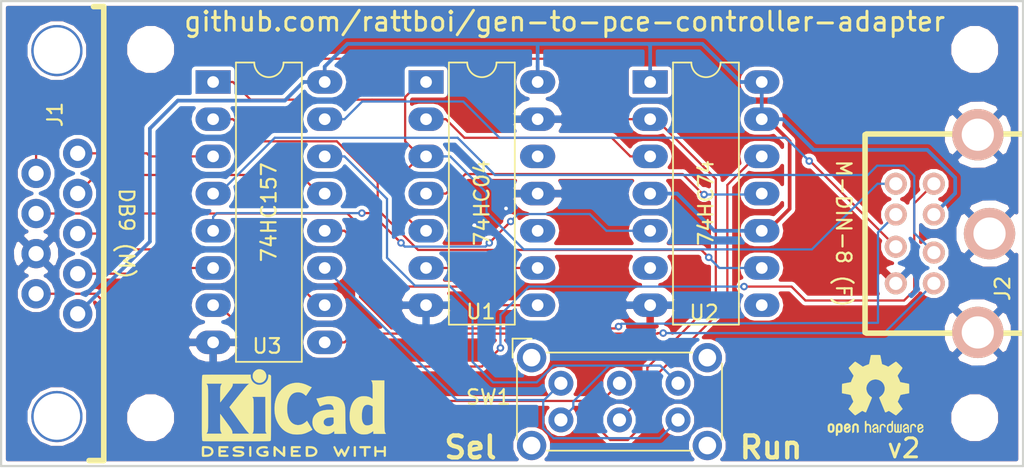
<source format=kicad_pcb>
(kicad_pcb (version 20171130) (host pcbnew 5.0.0)
  (layers (0 F.Cu signal hide) (31 B.Cu signal hide) (34 B.Paste user) (35 F.Paste user) (36 B.SilkS user) (37 F.SilkS user) (38 B.Mask user) (39 F.Mask user) (44 Edge.Cuts user))
  (net 0 "")
  (net 1 "Net-(J1-Pad7)")
  (net 2 "Net-(J2-Pad7)")
  (net 3 GND)
  (net 4 +5V)
  (net 5 "Net-(J2-Pad2)")
  (net 6 "Net-(J2-Pad3)")
  (net 7 "Net-(J2-Pad4)")
  (net 8 "Net-(J2-Pad5)")
  (net 9 "Net-(U2-Pad9)")
  (net 10 "Net-(J1-Pad1)")
  (net 11 "Net-(U2-Pad5)")
  (net 12 "Net-(J1-Pad4)")
  (net 13 "Net-(J1-Pad3)")
  (net 14 "Net-(J1-Pad9)")
  (net 15 "Net-(J1-Pad2)")
  (net 16 "Net-(J1-Pad6)")
  (net 17 "Net-(U1-Pad2)")
  (net 18 "Net-(U1-Pad4)")
  (net 19 "Net-(U2-Pad8)")
  (net 20 "Net-(U2-Pad6)")
  (net 21 "Net-(U1-Pad10)")
  (net 22 "Net-(U1-Pad6)")
  (net 23 "Net-(U1-Pad12)")
  (net 24 "Net-(J2-Pad6)")
  (net 25 "Net-(SW1-Pad1)")
  (net 26 "Net-(SW1-Pad3)")
  (module MountingHole:MountingHole_2.7mm_M2.5 (layer F.Cu) (at 108 100.203)
    (fp_text reference REF** (at 0.458 6.4135) (layer F.SilkS))
    (fp_text value MountingHole_2.7mm_M2.5)
    (pad 1 np_thru_hole circle (at 0 0) (size 2.7 2.7) (drill 2.7) (layers *.Cu *.Mask))
  )
  (module Package_DIP:DIP-14_W7.62mm_LongPads (layer F.Cu) (at 126.8095 77.2795)
    (fp_text reference U1 (at 3.7465 15.6845) (layer F.SilkS))
    (fp_text value 74HC04 (at 3.81 8.255 -90) (layer F.SilkS))
    (pad 1 thru_hole rect (at 0 0) (size 2.4 1.6) (drill 0.8) (layers *.Cu *.Mask) (net 24 "Net-(J2-Pad6)"))
    (pad 8 thru_hole oval (at 7.62 15.24) (size 2.4 1.6) (drill 0.8) (layers *.Cu *.Mask) (net 1 "Net-(J1-Pad7)"))
    (pad 2 thru_hole oval (at 0 2.54) (size 2.4 1.6) (drill 0.8) (layers *.Cu *.Mask) (net 17 "Net-(U1-Pad2)"))
    (pad 9 thru_hole oval (at 7.62 12.7) (size 2.4 1.6) (drill 0.8) (layers *.Cu *.Mask) (net 22 "Net-(U1-Pad6)"))
    (pad 3 thru_hole oval (at 0 5.08) (size 2.4 1.6) (drill 0.8) (layers *.Cu *.Mask) (net 24 "Net-(J2-Pad6)"))
    (pad 10 thru_hole oval (at 7.62 10.16) (size 2.4 1.6) (drill 0.8) (layers *.Cu *.Mask) (net 21 "Net-(U1-Pad10)"))
    (pad 4 thru_hole oval (at 0 7.62) (size 2.4 1.6) (drill 0.8) (layers *.Cu *.Mask) (net 18 "Net-(U1-Pad4)"))
    (pad 11 thru_hole oval (at 7.62 7.62) (size 2.4 1.6) (drill 0.8) (layers *.Cu *.Mask) (net 3 GND))
    (pad 5 thru_hole oval (at 0 10.16) (size 2.4 1.6) (drill 0.8) (layers *.Cu *.Mask) (net 24 "Net-(J2-Pad6)"))
    (pad 12 thru_hole oval (at 7.62 5.08) (size 2.4 1.6) (drill 0.8) (layers *.Cu *.Mask) (net 23 "Net-(U1-Pad12)"))
    (pad 6 thru_hole oval (at 0 12.7) (size 2.4 1.6) (drill 0.8) (layers *.Cu *.Mask) (net 22 "Net-(U1-Pad6)"))
    (pad 13 thru_hole oval (at 7.62 2.54) (size 2.4 1.6) (drill 0.8) (layers *.Cu *.Mask) (net 3 GND))
    (pad 7 thru_hole oval (at 0 15.24) (size 2.4 1.6) (drill 0.8) (layers *.Cu *.Mask) (net 3 GND))
    (pad 14 thru_hole oval (at 7.62 0) (size 2.4 1.6) (drill 0.8) (layers *.Cu *.Mask) (net 4 +5V))
  )
  (module digikey-footprints:DSUB-9_Jack_5747840-3 (layer F.Cu) (at 101.6 87.63 90)
    (fp_text reference J1 (at 8.128 -0.127 90 unlocked) (layer F.SilkS))
    (fp_text value "DB9 (M)" (at 0 4.75 270 unlocked) (layer F.SilkS))
    (pad 10 thru_hole circle (at -12.495 0 90) (size 3.5 3.5) (drill 3.17) (layers *.Cu *.Mask))
    (pad 10 thru_hole circle (at 12.495 0 90) (size 3.5 3.5) (drill 3.17) (layers *.Cu *.Mask))
    (pad 1 thru_hole circle (at 5.48 1.42 90) (size 2 2) (drill 1.04) (layers *.Cu *.Mask) (net 10 "Net-(J1-Pad1)"))
    (pad 6 thru_hole circle (at 4.11 -1.42 90) (size 2 2) (drill 1.04) (layers *.Cu *.Mask) (net 16 "Net-(J1-Pad6)"))
    (pad 2 thru_hole circle (at 2.74 1.42 90) (size 2 2) (drill 1.04) (layers *.Cu *.Mask) (net 15 "Net-(J1-Pad2)"))
    (pad 7 thru_hole circle (at 1.37 -1.42 90) (size 2 2) (drill 1.04) (layers *.Cu *.Mask) (net 1 "Net-(J1-Pad7)"))
    (pad 3 thru_hole circle (at 0 1.42 90) (size 2 2) (drill 1.04) (layers *.Cu *.Mask) (net 13 "Net-(J1-Pad3)"))
    (pad 8 thru_hole circle (at -1.37 -1.42 90) (size 2 2) (drill 1.04) (layers *.Cu *.Mask) (net 3 GND))
    (pad 4 thru_hole circle (at -2.74 1.42 90) (size 2 2) (drill 1.04) (layers *.Cu *.Mask) (net 12 "Net-(J1-Pad4)"))
    (pad 9 thru_hole circle (at -4.11 -1.42 90) (size 2 2) (drill 1.04) (layers *.Cu *.Mask) (net 14 "Net-(J1-Pad9)"))
    (pad 5 thru_hole circle (at -5.48 1.42 90) (size 2 2) (drill 1.04) (layers *.Cu *.Mask) (net 4 +5V))
  )
  (module Button_Switch_THT:SW_E-Switch_EG2219_DPDT_Angled (layer F.Cu) (at 136.017 97.8535)
    (fp_text reference SW1 (at -4.953 0.9525) (layer F.SilkS))
    (fp_text value SW_DPDT_x2)
    (pad "" thru_hole circle (at -2 -1.75) (size 2 2) (drill 1.2) (layers *.Cu *.Mask))
    (pad "" thru_hole circle (at 10 -1.75) (size 2 2) (drill 1.2) (layers *.Cu *.Mask))
    (pad "" thru_hole circle (at 10 4.25) (size 2 2) (drill 1.2) (layers *.Cu *.Mask))
    (pad "" thru_hole circle (at -2 4.25) (size 2 2) (drill 1.2) (layers *.Cu *.Mask))
    (pad 1 thru_hole circle (at 0 0) (size 1.7 1.7) (drill 0.9) (layers *.Cu *.Mask) (net 25 "Net-(SW1-Pad1)"))
    (pad 2 thru_hole circle (at 4 0) (size 1.7 1.7) (drill 0.9) (layers *.Cu *.Mask) (net 14 "Net-(J1-Pad9)"))
    (pad 3 thru_hole circle (at 8 0) (size 1.7 1.7) (drill 0.9) (layers *.Cu *.Mask) (net 26 "Net-(SW1-Pad3)"))
    (pad 4 thru_hole circle (at 0 2.5) (size 1.7 1.7) (drill 0.9) (layers *.Cu *.Mask) (net 26 "Net-(SW1-Pad3)"))
    (pad 5 thru_hole circle (at 4 2.5) (size 1.7 1.7) (drill 0.9) (layers *.Cu *.Mask) (net 16 "Net-(J1-Pad6)"))
    (pad 6 thru_hole circle (at 8 2.5) (size 1.7 1.7) (drill 0.9) (layers *.Cu *.Mask) (net 25 "Net-(SW1-Pad1)"))
  )
  (module w_conn_av:minidin-8 (layer F.Cu) (at 162.687 87.63 90)
    (fp_text reference J2 (at -3.7465 3.4925 90) (layer F.SilkS))
    (fp_text value "M-DIN-8 (F)" (at 0 -7.366 270 unlocked) (layer F.SilkS))
    (pad SH thru_hole circle (at -6.75 1.8 90) (size 3.50012 3.50012) (drill 2.19964) (layers *.Cu *.SilkS *.Mask) (net 3 GND))
    (pad SH thru_hole circle (at 6.75 1.8 90) (size 3.50012 3.50012) (drill 2.19964) (layers *.Cu *.SilkS *.Mask) (net 3 GND))
    (pad 5 thru_hole circle (at -3.4 -1.2 90) (size 1.50114 1.50114) (drill 0.9) (layers *.Cu *.SilkS *.Mask) (net 8 "Net-(J2-Pad5)"))
    (pad 2 thru_hole circle (at -1.3 -1.2 90) (size 1.50114 1.50114) (drill 0.9) (layers *.Cu *.SilkS *.Mask) (net 5 "Net-(J2-Pad2)"))
    (pad 3 thru_hole circle (at 3.4 -1.2 90) (size 1.50114 1.50114) (drill 0.9) (layers *.Cu *.SilkS *.Mask) (net 6 "Net-(J2-Pad3)"))
    (pad 4 thru_hole circle (at 1.3 -3.8 90) (size 1.50114 1.50114) (drill 0.9) (layers *.Cu *.SilkS *.Mask) (net 7 "Net-(J2-Pad4)"))
    (pad 6 thru_hole circle (at 3.4 -3.8 90) (size 1.50114 1.50114) (drill 0.9) (layers *.Cu *.SilkS *.Mask) (net 24 "Net-(J2-Pad6)"))
    (pad 8 thru_hole circle (at -3.4 -3.8 90) (size 1.50114 1.50114) (drill 0.9) (layers *.Cu *.SilkS *.Mask) (net 3 GND))
    (pad 7 thru_hole circle (at -0.9 -3.8 90) (size 1.50114 1.50114) (drill 0.9) (layers *.Cu *.SilkS *.Mask) (net 2 "Net-(J2-Pad7)"))
    (pad 1 thru_hole circle (at 1.3 -1.2 90) (size 1.50114 1.50114) (drill 0.9) (layers *.Cu *.SilkS *.Mask) (net 4 +5V))
    (pad SH thru_hole circle (at 0 2.6 90) (size 3.50012 3.50012) (drill 2.19964) (layers *.Cu *.SilkS *.Mask) (net 3 GND))
  )
  (module Package_DIP:DIP-14_W7.62mm_LongPads (layer F.Cu) (at 142.113 77.2795)
    (fp_text reference U2 (at 3.683 15.748) (layer F.SilkS))
    (fp_text value 74HC74 (at 3.81 8.255 -90) (layer F.SilkS))
    (pad 1 thru_hole rect (at 0 0) (size 2.4 1.6) (drill 0.8) (layers *.Cu *.Mask) (net 4 +5V))
    (pad 8 thru_hole oval (at 7.62 15.24) (size 2.4 1.6) (drill 0.8) (layers *.Cu *.Mask) (net 19 "Net-(U2-Pad8)"))
    (pad 2 thru_hole oval (at 0 2.54) (size 2.4 1.6) (drill 0.8) (layers *.Cu *.Mask) (net 16 "Net-(J1-Pad6)"))
    (pad 9 thru_hole oval (at 7.62 12.7) (size 2.4 1.6) (drill 0.8) (layers *.Cu *.Mask) (net 9 "Net-(U2-Pad9)"))
    (pad 3 thru_hole oval (at 0 5.08) (size 2.4 1.6) (drill 0.8) (layers *.Cu *.Mask) (net 17 "Net-(U1-Pad2)"))
    (pad 10 thru_hole oval (at 7.62 10.16) (size 2.4 1.6) (drill 0.8) (layers *.Cu *.Mask) (net 4 +5V))
    (pad 4 thru_hole oval (at 0 7.62) (size 2.4 1.6) (drill 0.8) (layers *.Cu *.Mask) (net 4 +5V))
    (pad 11 thru_hole oval (at 7.62 7.62) (size 2.4 1.6) (drill 0.8) (layers *.Cu *.Mask) (net 18 "Net-(U1-Pad4)"))
    (pad 5 thru_hole oval (at 0 10.16) (size 2.4 1.6) (drill 0.8) (layers *.Cu *.Mask) (net 11 "Net-(U2-Pad5)"))
    (pad 12 thru_hole oval (at 7.62 5.08) (size 2.4 1.6) (drill 0.8) (layers *.Cu *.Mask) (net 14 "Net-(J1-Pad9)"))
    (pad 6 thru_hole oval (at 0 12.7) (size 2.4 1.6) (drill 0.8) (layers *.Cu *.Mask) (net 20 "Net-(U2-Pad6)"))
    (pad 13 thru_hole oval (at 7.62 2.54) (size 2.4 1.6) (drill 0.8) (layers *.Cu *.Mask) (net 4 +5V))
    (pad 7 thru_hole oval (at 0 15.24) (size 2.4 1.6) (drill 0.8) (layers *.Cu *.Mask) (net 3 GND))
    (pad 14 thru_hole oval (at 7.62 0) (size 2.4 1.6) (drill 0.8) (layers *.Cu *.Mask) (net 4 +5V))
  )
  (module Package_DIP:DIP-16_W7.62mm_LongPads (layer F.Cu) (at 112.268 77.2795)
    (fp_text reference U3 (at 3.683 18.034) (layer F.SilkS))
    (fp_text value 74HC157 (at 3.81 8.89 -90) (layer F.SilkS))
    (pad 1 thru_hole rect (at 0 0) (size 2.4 1.6) (drill 0.8) (layers *.Cu *.Mask) (net 24 "Net-(J2-Pad6)"))
    (pad 9 thru_hole oval (at 7.62 17.78) (size 2.4 1.6) (drill 0.8) (layers *.Cu *.Mask) (net 8 "Net-(J2-Pad5)"))
    (pad 2 thru_hole oval (at 0 2.54) (size 2.4 1.6) (drill 0.8) (layers *.Cu *.Mask) (net 9 "Net-(U2-Pad9)"))
    (pad 10 thru_hole oval (at 7.62 15.24) (size 2.4 1.6) (drill 0.8) (layers *.Cu *.Mask) (net 13 "Net-(J1-Pad3)"))
    (pad 3 thru_hole oval (at 0 5.08) (size 2.4 1.6) (drill 0.8) (layers *.Cu *.Mask) (net 10 "Net-(J1-Pad1)"))
    (pad 11 thru_hole oval (at 7.62 12.7) (size 2.4 1.6) (drill 0.8) (layers *.Cu *.Mask) (net 25 "Net-(SW1-Pad1)"))
    (pad 4 thru_hole oval (at 0 7.62) (size 2.4 1.6) (drill 0.8) (layers *.Cu *.Mask) (net 5 "Net-(J2-Pad2)"))
    (pad 12 thru_hole oval (at 7.62 10.16) (size 2.4 1.6) (drill 0.8) (layers *.Cu *.Mask) (net 7 "Net-(J2-Pad4)"))
    (pad 5 thru_hole oval (at 0 10.16) (size 2.4 1.6) (drill 0.8) (layers *.Cu *.Mask) (net 11 "Net-(U2-Pad5)"))
    (pad 13 thru_hole oval (at 7.62 7.62) (size 2.4 1.6) (drill 0.8) (layers *.Cu *.Mask) (net 15 "Net-(J1-Pad2)"))
    (pad 6 thru_hole oval (at 0 12.7) (size 2.4 1.6) (drill 0.8) (layers *.Cu *.Mask) (net 12 "Net-(J1-Pad4)"))
    (pad 14 thru_hole oval (at 7.62 5.08) (size 2.4 1.6) (drill 0.8) (layers *.Cu *.Mask) (net 26 "Net-(SW1-Pad3)"))
    (pad 7 thru_hole oval (at 0 15.24) (size 2.4 1.6) (drill 0.8) (layers *.Cu *.Mask) (net 6 "Net-(J2-Pad3)"))
    (pad 15 thru_hole oval (at 7.62 2.54) (size 2.4 1.6) (drill 0.8) (layers *.Cu *.Mask) (net 2 "Net-(J2-Pad7)"))
    (pad 8 thru_hole oval (at 0 17.78) (size 2.4 1.6) (drill 0.8) (layers *.Cu *.Mask) (net 3 GND))
    (pad 16 thru_hole oval (at 7.62 0) (size 2.4 1.6) (drill 0.8) (layers *.Cu *.Mask) (net 4 +5V))
  )
  (module MountingHole:MountingHole_2.7mm_M2.5 (layer F.Cu) (at 108 75.057)
    (fp_text reference REF** (at 0.1405 -5.6515) (layer F.SilkS))
    (fp_text value MountingHole_2.7mm_M2.5)
    (pad 1 np_thru_hole circle (at 0 0) (size 2.7 2.7) (drill 2.7) (layers *.Cu *.Mask))
  )
  (module MountingHole:MountingHole_2.7mm_M2.5 (layer F.Cu) (at 164.2745 100.203)
    (fp_text reference REF** (at 0.0635 5.6642) (layer F.SilkS))
    (fp_text value MountingHole_2.7mm_M2.5)
    (pad 1 np_thru_hole circle (at 0 0) (size 2.7 2.7) (drill 2.7) (layers *.Cu *.Mask))
  )
  (module MountingHole:MountingHole_2.7mm_M2.5 (layer F.Cu) (at 164.2745 75.057)
    (fp_text reference REF** (at 0.0635 -5.207) (layer F.SilkS))
    (fp_text value MountingHole_2.7mm_M2.5)
    (pad 1 np_thru_hole circle (at 0 0) (size 2.7 2.7) (drill 2.7) (layers *.Cu *.Mask))
  )
  (module Symbol:KiCad-Logo2_6mm_SilkScreen (layer F.Cu) (at 117.7798 99.8728)
    (fp_text reference REF** hide)
    (fp_text value KiCad-Logo2_6mm_SilkScreen hide)
  )
  (module Symbol:OSHW-Logo2_7.3x6mm_SilkScreen (layer F.Cu) (at 157.5054 98.679)
    (fp_text reference REF** hide)
    (fp_text value OSHW-Logo2_7.3x6mm_SilkScreen hide)
  )
  (gr_text Run (at 150.368 102.235) (layer F.SilkS) (effects (font (size 1.5 1.5) (thickness 0.3))))
  (gr_text Sel (at 129.8448 102.235) (layer F.SilkS) (effects (font (size 1.5 1.5) (thickness 0.3))))
  (gr_text v2 (at 159.4358 102.2858) (layer F.SilkS) (effects (font (size 1.3 1.3) (thickness 0.2))))
  (gr_text github.com/rattboi/gen-to-pce-controller-adapter (at 136.271 73.152) (layer F.SilkS) (effects (font (size 1.3 1.3) (thickness 0.2))))
  (gr_line (start 167.5765 103.505) (end 97.79 103.505) (layer Edge.Cuts) (width 0.15))
  (gr_line (start 167.5765 71.755) (end 97.79 71.755) (layer Edge.Cuts) (width 0.15))
  (gr_line (start 167.5765 103.505) (end 167.5765 71.755) (layer Edge.Cuts) (width 0.15))
  (gr_line (start 97.79 71.755) (end 97.79 103.505) (layer Edge.Cuts) (width 0.15))
  (segment (start 131.318 92.5195) (end 134.4295 92.5195) (width 0.1524) (layer F.Cu) (net 1))
  (segment (start 130.048 91.2495) (end 131.318 92.5195) (width 0.1524) (layer F.Cu) (net 1))
  (segment (start 124.7775 91.2495) (end 130.048 91.2495) (width 0.1524) (layer F.Cu) (net 1))
  (segment (start 123.317 88.138) (end 123.317 89.789) (width 0.1524) (layer F.Cu) (net 1))
  (segment (start 123.317 89.789) (end 124.7775 91.2495) (width 0.1524) (layer F.Cu) (net 1))
  (segment (start 121.412 86.233) (end 123.317 88.138) (width 0.1524) (layer F.Cu) (net 1))
  (segment (start 121.385 86.26) (end 100.18 86.26) (width 0.1524) (layer F.Cu) (net 1))
  (segment (start 121.412 86.233) (end 121.385 86.26) (width 0.1524) (layer F.Cu) (net 1))
  (via (at 152.9715 82.677) (size 0.508) (drill 0.254) (layers F.Cu B.Cu) (net 2))
  (segment (start 151.384 81.0895) (end 152.717501 82.423001) (width 0.1524) (layer B.Cu) (net 2))
  (segment (start 129.3495 78.613) (end 131.826 81.0895) (width 0.1524) (layer B.Cu) (net 2))
  (segment (start 119.888 79.8195) (end 121.2404 79.8195) (width 0.1524) (layer B.Cu) (net 2))
  (segment (start 153.034 82.677) (end 152.9715 82.677) (width 0.1524) (layer F.Cu) (net 2))
  (segment (start 121.2404 79.8195) (end 122.4469 78.613) (width 0.1524) (layer B.Cu) (net 2))
  (segment (start 122.4469 78.613) (end 129.3495 78.613) (width 0.1524) (layer B.Cu) (net 2))
  (segment (start 152.717501 82.423001) (end 152.9715 82.677) (width 0.1524) (layer B.Cu) (net 2))
  (segment (start 131.826 81.0895) (end 151.384 81.0895) (width 0.1524) (layer B.Cu) (net 2))
  (segment (start 158.887 88.53) (end 153.034 82.677) (width 0.1524) (layer F.Cu) (net 2))
  (via (at 132.2705 85.9155) (size 0.508) (drill 0.254) (layers F.Cu B.Cu) (net 3))
  (via (at 130.1115 87.0585) (size 0.508) (drill 0.254) (layers F.Cu B.Cu) (net 3))
  (segment (start 134.4295 76.2255) (end 134.4295 74.676) (width 0.254) (layer B.Cu) (net 4))
  (segment (start 134.4295 77.2795) (end 134.4295 76.2255) (width 0.254) (layer B.Cu) (net 4))
  (segment (start 142.113 74.803) (end 141.986 74.676) (width 0.254) (layer B.Cu) (net 4))
  (segment (start 142.113 77.2795) (end 142.113 74.803) (width 0.254) (layer B.Cu) (net 4))
  (segment (start 134.4295 74.676) (end 141.986 74.676) (width 0.254) (layer B.Cu) (net 4))
  (segment (start 149.733 78.3335) (end 149.733 79.8195) (width 0.254) (layer B.Cu) (net 4))
  (segment (start 149.733 77.2795) (end 149.733 78.3335) (width 0.254) (layer B.Cu) (net 4))
  (segment (start 151.187 79.8195) (end 153.2825 81.915) (width 0.254) (layer B.Cu) (net 4))
  (segment (start 149.733 79.8195) (end 151.187 79.8195) (width 0.254) (layer B.Cu) (net 4))
  (segment (start 153.2825 81.915) (end 161.036 81.915) (width 0.254) (layer B.Cu) (net 4))
  (segment (start 161.036 81.915) (end 162.941 83.82) (width 0.254) (layer B.Cu) (net 4))
  (segment (start 162.941 84.876) (end 161.487 86.33) (width 0.254) (layer B.Cu) (net 4))
  (segment (start 162.941 83.82) (end 162.941 84.876) (width 0.254) (layer B.Cu) (net 4))
  (segment (start 150.133 79.8195) (end 151.638 81.3245) (width 0.254) (layer F.Cu) (net 4))
  (segment (start 149.733 79.8195) (end 150.133 79.8195) (width 0.254) (layer F.Cu) (net 4))
  (segment (start 150.133 87.4395) (end 149.733 87.4395) (width 0.254) (layer F.Cu) (net 4))
  (segment (start 151.638 85.9345) (end 150.133 87.4395) (width 0.254) (layer F.Cu) (net 4))
  (segment (start 151.638 81.3245) (end 151.638 85.9345) (width 0.254) (layer F.Cu) (net 4))
  (segment (start 143.9545 84.8995) (end 142.113 84.8995) (width 0.254) (layer B.Cu) (net 4))
  (segment (start 146.4945 87.4395) (end 143.9545 84.8995) (width 0.254) (layer B.Cu) (net 4))
  (segment (start 149.733 87.4395) (end 146.4945 87.4395) (width 0.254) (layer B.Cu) (net 4))
  (segment (start 117.164 78.5495) (end 118.434 77.2795) (width 0.254) (layer B.Cu) (net 4))
  (segment (start 118.434 77.2795) (end 119.888 77.2795) (width 0.254) (layer B.Cu) (net 4))
  (segment (start 148.279 77.2795) (end 149.733 77.2795) (width 0.254) (layer B.Cu) (net 4))
  (segment (start 145.6755 74.676) (end 148.279 77.2795) (width 0.254) (layer B.Cu) (net 4))
  (segment (start 141.986 74.676) (end 145.6755 74.676) (width 0.254) (layer B.Cu) (net 4))
  (segment (start 103.02 93.11) (end 107.95 88.18) (width 0.254) (layer B.Cu) (net 4))
  (segment (start 107.95 88.18) (end 107.95 80.4545) (width 0.254) (layer B.Cu) (net 4))
  (segment (start 109.855 78.5495) (end 117.164 78.5495) (width 0.254) (layer B.Cu) (net 4))
  (segment (start 107.95 80.4545) (end 109.855 78.5495) (width 0.254) (layer B.Cu) (net 4))
  (segment (start 119.888 76.2255) (end 121.4375 74.676) (width 0.254) (layer B.Cu) (net 4))
  (segment (start 119.888 77.2795) (end 119.888 76.2255) (width 0.254) (layer B.Cu) (net 4))
  (segment (start 121.4375 74.676) (end 134.4295 74.676) (width 0.254) (layer B.Cu) (net 4))
  (segment (start 160.736431 88.179431) (end 161.487 88.93) (width 0.1524) (layer B.Cu) (net 5))
  (segment (start 160.147 87.59) (end 160.736431 88.179431) (width 0.1524) (layer B.Cu) (net 5))
  (segment (start 160.147 83.693) (end 160.147 87.59) (width 0.1524) (layer B.Cu) (net 5))
  (segment (start 157.607 82.9945) (end 159.4485 82.9945) (width 0.1524) (layer B.Cu) (net 5))
  (segment (start 128.9685 81.0895) (end 131.5085 83.6295) (width 0.1524) (layer B.Cu) (net 5))
  (segment (start 116.478 81.0895) (end 128.9685 81.0895) (width 0.1524) (layer B.Cu) (net 5))
  (segment (start 156.972 83.6295) (end 157.607 82.9945) (width 0.1524) (layer B.Cu) (net 5))
  (segment (start 131.5085 83.6295) (end 156.972 83.6295) (width 0.1524) (layer B.Cu) (net 5))
  (segment (start 159.4485 82.9945) (end 160.147 83.693) (width 0.1524) (layer B.Cu) (net 5))
  (segment (start 112.668 84.8995) (end 116.478 81.0895) (width 0.1524) (layer B.Cu) (net 5))
  (segment (start 112.268 84.8995) (end 112.668 84.8995) (width 0.1524) (layer B.Cu) (net 5))
  (via (at 131.8895 95.4405) (size 0.508) (drill 0.254) (layers F.Cu B.Cu) (net 6))
  (segment (start 112.268 92.5195) (end 112.668 92.5195) (width 0.1524) (layer F.Cu) (net 6))
  (segment (start 112.668 92.5195) (end 116.859 96.7105) (width 0.1524) (layer F.Cu) (net 6))
  (segment (start 116.859 96.7105) (end 130.6195 96.7105) (width 0.1524) (layer F.Cu) (net 6))
  (segment (start 130.6195 96.7105) (end 131.635501 95.694499) (width 0.1524) (layer F.Cu) (net 6))
  (segment (start 131.635501 95.694499) (end 131.8895 95.4405) (width 0.1524) (layer F.Cu) (net 6))
  (via (at 148.5265 91.2495) (size 0.508) (drill 0.254) (layers F.Cu B.Cu) (net 6))
  (segment (start 133.81629 91.2495) (end 148.16729 91.2495) (width 0.1524) (layer B.Cu) (net 6))
  (segment (start 148.16729 91.2495) (end 148.5265 91.2495) (width 0.1524) (layer B.Cu) (net 6))
  (segment (start 131.8895 93.17629) (end 133.81629 91.2495) (width 0.1524) (layer B.Cu) (net 6))
  (segment (start 131.8895 95.4405) (end 131.8895 93.17629) (width 0.1524) (layer B.Cu) (net 6))
  (segment (start 160.147 91.5035) (end 159.4485 92.202) (width 0.1524) (layer F.Cu) (net 6))
  (segment (start 160.147 85.57) (end 160.147 91.5035) (width 0.1524) (layer F.Cu) (net 6))
  (segment (start 152.7175 92.202) (end 151.765 91.2495) (width 0.1524) (layer F.Cu) (net 6))
  (segment (start 148.88571 91.2495) (end 148.5265 91.2495) (width 0.1524) (layer F.Cu) (net 6))
  (segment (start 159.4485 92.202) (end 152.7175 92.202) (width 0.1524) (layer F.Cu) (net 6))
  (segment (start 151.765 91.2495) (end 148.88571 91.2495) (width 0.1524) (layer F.Cu) (net 6))
  (segment (start 161.487 84.23) (end 160.147 85.57) (width 0.1524) (layer F.Cu) (net 6))
  (segment (start 121.2404 87.4395) (end 122.301 88.5001) (width 0.1524) (layer F.Cu) (net 7))
  (segment (start 119.888 87.4395) (end 121.2404 87.4395) (width 0.1524) (layer F.Cu) (net 7))
  (segment (start 122.301 88.5001) (end 122.301 91.186) (width 0.1524) (layer F.Cu) (net 7))
  (segment (start 122.301 91.961174) (end 124.446826 94.107) (width 0.1524) (layer F.Cu) (net 7))
  (segment (start 122.301 91.186) (end 122.301 91.961174) (width 0.1524) (layer F.Cu) (net 7))
  (segment (start 124.446826 94.107) (end 139.827 94.107) (width 0.1524) (layer F.Cu) (net 7))
  (via (at 139.954 93.98) (size 0.508) (drill 0.254) (layers F.Cu B.Cu) (net 7))
  (segment (start 139.827 94.107) (end 139.954 93.98) (width 0.1524) (layer F.Cu) (net 7))
  (segment (start 140.1445 93.7895) (end 157.607 93.726) (width 0.1524) (layer B.Cu) (net 7))
  (segment (start 139.954 93.98) (end 140.1445 93.7895) (width 0.1524) (layer B.Cu) (net 7))
  (segment (start 158.136431 87.080569) (end 158.887 86.33) (width 0.1524) (layer B.Cu) (net 7))
  (segment (start 157.6705 93.726) (end 157.6705 87.5465) (width 0.1524) (layer B.Cu) (net 7))
  (segment (start 157.6705 87.5465) (end 158.136431 87.080569) (width 0.1524) (layer B.Cu) (net 7))
  (via (at 143.002 94.4245) (size 0.508) (drill 0.254) (layers F.Cu B.Cu) (net 8))
  (segment (start 158.0925 94.4245) (end 161.487 91.03) (width 0.1524) (layer B.Cu) (net 8))
  (segment (start 143.002 94.4245) (end 158.0925 94.4245) (width 0.1524) (layer B.Cu) (net 8))
  (segment (start 142.64279 94.4245) (end 143.002 94.4245) (width 0.1524) (layer F.Cu) (net 8))
  (segment (start 119.888 95.0595) (end 121.2404 95.0595) (width 0.1524) (layer F.Cu) (net 8))
  (segment (start 121.2404 95.0595) (end 121.837298 94.462602) (width 0.1524) (layer F.Cu) (net 8))
  (segment (start 121.837298 94.462602) (end 142.604688 94.462602) (width 0.1524) (layer F.Cu) (net 8))
  (segment (start 142.604688 94.462602) (end 142.64279 94.4245) (width 0.1524) (layer F.Cu) (net 8))
  (via (at 146.1135 89.25561) (size 0.508) (drill 0.254) (layers F.Cu B.Cu) (net 9))
  (segment (start 149.733 89.9795) (end 146.83739 89.9795) (width 0.1524) (layer B.Cu) (net 9))
  (segment (start 146.83739 89.9795) (end 146.367499 89.509609) (width 0.1524) (layer B.Cu) (net 9))
  (segment (start 146.367499 89.509609) (end 146.1135 89.25561) (width 0.1524) (layer B.Cu) (net 9))
  (segment (start 115.13179 81.33089) (end 120.714064 81.33089) (width 0.1524) (layer F.Cu) (net 9))
  (segment (start 120.714064 81.33089) (end 123.5075 84.124326) (width 0.1524) (layer F.Cu) (net 9))
  (segment (start 145.605492 88.747602) (end 145.859501 89.001611) (width 0.1524) (layer F.Cu) (net 9))
  (segment (start 113.6204 79.8195) (end 115.13179 81.33089) (width 0.1524) (layer F.Cu) (net 9))
  (segment (start 126.262928 88.747602) (end 145.605492 88.747602) (width 0.1524) (layer F.Cu) (net 9))
  (segment (start 123.5075 84.124326) (end 123.5075 85.992174) (width 0.1524) (layer F.Cu) (net 9))
  (segment (start 123.5075 85.992174) (end 126.262928 88.747602) (width 0.1524) (layer F.Cu) (net 9))
  (segment (start 112.268 79.8195) (end 113.6204 79.8195) (width 0.1524) (layer F.Cu) (net 9))
  (segment (start 145.859501 89.001611) (end 146.1135 89.25561) (width 0.1524) (layer F.Cu) (net 9))
  (segment (start 107.7405 82.15) (end 107.95 82.3595) (width 0.1524) (layer F.Cu) (net 10))
  (segment (start 107.95 82.3595) (end 112.268 82.3595) (width 0.1524) (layer F.Cu) (net 10))
  (segment (start 103.02 82.15) (end 107.7405 82.15) (width 0.1524) (layer F.Cu) (net 10))
  (via (at 132.588 86.8045) (size 0.508) (drill 0.254) (layers F.Cu B.Cu) (net 11))
  (via (at 122.428 86.233) (size 0.508) (drill 0.254) (layers F.Cu B.Cu) (net 11))
  (segment (start 112.5221 86.233) (end 112.268 86.4871) (width 0.1524) (layer B.Cu) (net 11))
  (segment (start 112.268 86.4871) (end 112.268 87.4395) (width 0.1524) (layer B.Cu) (net 11))
  (segment (start 122.428 86.233) (end 112.5221 86.233) (width 0.1524) (layer B.Cu) (net 11))
  (segment (start 122.428 86.233) (end 123.065811 86.233) (width 0.1524) (layer F.Cu) (net 11))
  (segment (start 123.065811 86.233) (end 124.845445 88.012634) (width 0.1524) (layer F.Cu) (net 11))
  (segment (start 124.845445 88.012634) (end 125.099444 88.266633) (width 0.1524) (layer F.Cu) (net 11))
  (via (at 125.099444 88.266633) (size 0.508) (drill 0.254) (layers F.Cu B.Cu) (net 11))
  (segment (start 132.588 86.8045) (end 132.333999 87.058499) (width 0.1524) (layer F.Cu) (net 11))
  (segment (start 125.099444 88.266633) (end 125.353443 88.520632) (width 0.1524) (layer B.Cu) (net 11))
  (segment (start 125.353443 88.520632) (end 130.871866 88.520632) (width 0.1524) (layer B.Cu) (net 11))
  (segment (start 132.333999 87.058499) (end 131.381497 88.011001) (width 0.1524) (layer F.Cu) (net 11))
  (segment (start 131.381497 88.011001) (end 131.127498 88.265) (width 0.1524) (layer F.Cu) (net 11))
  (segment (start 130.871866 88.520632) (end 130.873499 88.518999) (width 0.1524) (layer B.Cu) (net 11))
  (via (at 131.127498 88.265) (size 0.508) (drill 0.254) (layers F.Cu B.Cu) (net 11))
  (segment (start 130.873499 88.518999) (end 131.127498 88.265) (width 0.1524) (layer B.Cu) (net 11))
  (segment (start 133.096 86.2965) (end 132.588 86.8045) (width 0.1524) (layer B.Cu) (net 11))
  (segment (start 137.9855 86.2965) (end 133.096 86.2965) (width 0.1524) (layer B.Cu) (net 11))
  (segment (start 139.1285 87.4395) (end 137.9855 86.2965) (width 0.1524) (layer B.Cu) (net 11))
  (segment (start 142.113 87.4395) (end 139.1285 87.4395) (width 0.1524) (layer B.Cu) (net 11))
  (segment (start 107.95 89.9795) (end 112.268 89.9795) (width 0.1524) (layer F.Cu) (net 12))
  (segment (start 107.5595 90.37) (end 107.95 89.9795) (width 0.1524) (layer F.Cu) (net 12))
  (segment (start 103.02 90.37) (end 107.5595 90.37) (width 0.1524) (layer F.Cu) (net 12))
  (segment (start 119.488 92.5195) (end 119.888 92.5195) (width 0.1524) (layer F.Cu) (net 13))
  (segment (start 104.434213 87.63) (end 105.513713 88.7095) (width 0.1524) (layer F.Cu) (net 13))
  (segment (start 103.02 87.63) (end 104.434213 87.63) (width 0.1524) (layer F.Cu) (net 13))
  (segment (start 115.678 88.7095) (end 116.078 89.1095) (width 0.1524) (layer F.Cu) (net 13))
  (segment (start 105.513713 88.7095) (end 115.678 88.7095) (width 0.1524) (layer F.Cu) (net 13))
  (segment (start 116.078 89.1095) (end 119.488 92.5195) (width 0.1524) (layer F.Cu) (net 13))
  (segment (start 115.91939 88.95089) (end 116.078 89.1095) (width 0.1524) (layer F.Cu) (net 13))
  (segment (start 149.333 82.3595) (end 149.733 82.3595) (width 0.1524) (layer F.Cu) (net 14))
  (segment (start 142.367 97.4725) (end 147.3835 92.456) (width 0.1524) (layer F.Cu) (net 14))
  (segment (start 142.367 99.949) (end 142.367 97.4725) (width 0.1524) (layer F.Cu) (net 14))
  (segment (start 140.589 101.727) (end 142.367 99.949) (width 0.1524) (layer F.Cu) (net 14))
  (segment (start 147.3835 92.456) (end 147.3835 84.309) (width 0.1524) (layer F.Cu) (net 14))
  (segment (start 140.017 97.8535) (end 138.4935 99.377) (width 0.1524) (layer F.Cu) (net 14))
  (segment (start 139.3825 101.727) (end 140.589 101.727) (width 0.1524) (layer F.Cu) (net 14))
  (segment (start 138.4935 100.838) (end 139.3825 101.727) (width 0.1524) (layer F.Cu) (net 14))
  (segment (start 147.3835 84.309) (end 149.333 82.3595) (width 0.1524) (layer F.Cu) (net 14))
  (segment (start 138.4935 99.377) (end 138.4935 100.838) (width 0.1524) (layer F.Cu) (net 14))
  (segment (start 138.391399 99.274899) (end 138.390899 99.274899) (width 0.1524) (layer F.Cu) (net 14))
  (segment (start 138.4935 99.377) (end 138.391399 99.274899) (width 0.1524) (layer F.Cu) (net 14))
  (segment (start 138.390899 99.274899) (end 138.176 99.06) (width 0.1524) (layer F.Cu) (net 14))
  (segment (start 138.176 99.06) (end 111.5695 99.06) (width 0.1524) (layer F.Cu) (net 14))
  (segment (start 104.2495 91.74) (end 100.18 91.74) (width 0.1524) (layer F.Cu) (net 14))
  (segment (start 111.5695 99.06) (end 104.2495 91.74) (width 0.1524) (layer F.Cu) (net 14))
  (segment (start 118.218 83.6295) (end 119.488 84.8995) (width 0.1524) (layer F.Cu) (net 15))
  (segment (start 119.488 84.8995) (end 119.888 84.8995) (width 0.1524) (layer F.Cu) (net 15))
  (segment (start 104.2805 83.6295) (end 118.218 83.6295) (width 0.1524) (layer F.Cu) (net 15))
  (segment (start 103.02 84.89) (end 104.2805 83.6295) (width 0.1524) (layer F.Cu) (net 15))
  (segment (start 141.9225 98.448) (end 141.9225 96.774) (width 0.1524) (layer F.Cu) (net 16))
  (segment (start 140.017 100.3535) (end 141.9225 98.448) (width 0.1524) (layer F.Cu) (net 16))
  (segment (start 141.9225 96.774) (end 146.596102 92.100398) (width 0.1524) (layer F.Cu) (net 16))
  (segment (start 146.596102 83.902602) (end 142.513 79.8195) (width 0.1524) (layer F.Cu) (net 16))
  (segment (start 142.513 79.8195) (end 142.113 79.8195) (width 0.1524) (layer F.Cu) (net 16))
  (segment (start 146.596102 92.100398) (end 146.596102 83.902602) (width 0.1524) (layer F.Cu) (net 16))
  (segment (start 102.529787 79.756) (end 100.18 82.105787) (width 0.1524) (layer F.Cu) (net 16))
  (segment (start 100.18 82.105787) (end 100.18 83.52) (width 0.1524) (layer F.Cu) (net 16))
  (segment (start 110.998 75.692) (end 106.934 79.756) (width 0.1524) (layer F.Cu) (net 16))
  (segment (start 140.081 79.8195) (end 135.9535 75.692) (width 0.1524) (layer F.Cu) (net 16))
  (segment (start 135.9535 75.692) (end 110.998 75.692) (width 0.1524) (layer F.Cu) (net 16))
  (segment (start 106.934 79.756) (end 102.529787 79.756) (width 0.1524) (layer F.Cu) (net 16))
  (segment (start 142.113 79.8195) (end 140.081 79.8195) (width 0.1524) (layer F.Cu) (net 16))
  (segment (start 128.1619 79.8195) (end 129.4319 81.0895) (width 0.1524) (layer F.Cu) (net 17))
  (segment (start 126.8095 79.8195) (end 128.1619 79.8195) (width 0.1524) (layer F.Cu) (net 17))
  (segment (start 140.7606 82.3595) (end 142.113 82.3595) (width 0.1524) (layer F.Cu) (net 17))
  (segment (start 139.4906 81.0895) (end 140.7606 82.3595) (width 0.1524) (layer F.Cu) (net 17))
  (segment (start 129.4319 81.0895) (end 139.4906 81.0895) (width 0.1524) (layer F.Cu) (net 17))
  (segment (start 128.1619 84.8995) (end 129.4954 83.566) (width 0.1524) (layer F.Cu) (net 18))
  (segment (start 126.8095 84.8995) (end 128.1619 84.8995) (width 0.1524) (layer F.Cu) (net 18))
  (segment (start 129.4954 83.566) (end 144.3355 83.566) (width 0.1524) (layer F.Cu) (net 18))
  (via (at 145.796 84.963) (size 0.508) (drill 0.254) (layers F.Cu B.Cu) (net 18))
  (segment (start 144.3355 83.566) (end 145.7325 84.963) (width 0.1524) (layer F.Cu) (net 18))
  (segment (start 145.7325 84.963) (end 145.796 84.963) (width 0.1524) (layer F.Cu) (net 18))
  (segment (start 145.796 84.963) (end 149.6695 84.963) (width 0.1524) (layer B.Cu) (net 18))
  (segment (start 149.6695 84.963) (end 149.733 84.8995) (width 0.1524) (layer B.Cu) (net 18))
  (segment (start 126.8095 89.9795) (end 134.4295 89.9795) (width 0.1524) (layer F.Cu) (net 22))
  (segment (start 125.38089 81.33089) (end 126.4095 82.3595) (width 0.1524) (layer F.Cu) (net 24))
  (segment (start 126.4095 77.2795) (end 125.38089 78.30811) (width 0.1524) (layer F.Cu) (net 24))
  (segment (start 126.8095 77.2795) (end 126.4095 77.2795) (width 0.1524) (layer F.Cu) (net 24))
  (segment (start 126.8095 82.3595) (end 126.4095 82.3595) (width 0.1524) (layer F.Cu) (net 24))
  (segment (start 125.222 86.252) (end 126.4095 87.4395) (width 0.1524) (layer F.Cu) (net 24))
  (segment (start 125.222 83.547) (end 125.222 86.252) (width 0.1524) (layer F.Cu) (net 24))
  (segment (start 126.4095 87.4395) (end 126.8095 87.4395) (width 0.1524) (layer F.Cu) (net 24))
  (segment (start 126.4095 82.3595) (end 125.222 83.547) (width 0.1524) (layer F.Cu) (net 24))
  (segment (start 157.636 84.23) (end 158.887 84.23) (width 0.1524) (layer B.Cu) (net 24))
  (segment (start 130.937 86.1695) (end 133.477 88.7095) (width 0.1524) (layer B.Cu) (net 24))
  (segment (start 130.937 84.836) (end 130.937 86.1695) (width 0.1524) (layer B.Cu) (net 24))
  (segment (start 133.477 88.7095) (end 153.1565 88.7095) (width 0.1524) (layer B.Cu) (net 24))
  (segment (start 153.1565 88.7095) (end 157.636 84.23) (width 0.1524) (layer B.Cu) (net 24))
  (segment (start 128.4605 82.3595) (end 130.937 84.836) (width 0.1524) (layer B.Cu) (net 24))
  (segment (start 126.8095 82.3595) (end 128.4605 82.3595) (width 0.1524) (layer B.Cu) (net 24))
  (segment (start 113.6204 77.2795) (end 114.8269 78.486) (width 0.1524) (layer F.Cu) (net 24))
  (segment (start 112.268 77.2795) (end 113.6204 77.2795) (width 0.1524) (layer F.Cu) (net 24))
  (segment (start 114.8269 78.486) (end 123.1265 78.486) (width 0.1524) (layer F.Cu) (net 24))
  (segment (start 123.1265 78.486) (end 125.38089 78.486) (width 0.1524) (layer F.Cu) (net 24))
  (segment (start 125.38089 78.486) (end 125.38089 81.33089) (width 0.1524) (layer F.Cu) (net 24))
  (segment (start 125.38089 78.30811) (end 125.38089 78.486) (width 0.1524) (layer F.Cu) (net 24))
  (segment (start 128.905 98.9965) (end 119.888 89.9795) (width 0.1524) (layer B.Cu) (net 25))
  (segment (start 134.811399 98.9965) (end 128.905 98.9965) (width 0.1524) (layer B.Cu) (net 25))
  (segment (start 134.8105 100.9015) (end 135.509 101.6) (width 0.1524) (layer B.Cu) (net 25))
  (segment (start 142.7705 101.6) (end 144.017 100.3535) (width 0.1524) (layer B.Cu) (net 25))
  (segment (start 135.509 101.6) (end 142.7705 101.6) (width 0.1524) (layer B.Cu) (net 25))
  (segment (start 134.8105 99.06) (end 134.8105 100.9015) (width 0.1524) (layer B.Cu) (net 25))
  (segment (start 136.017 97.8535) (end 134.8105 99.06) (width 0.1524) (layer B.Cu) (net 25))
  (segment (start 144.017 97.8535) (end 142.8105 96.647) (width 0.1524) (layer B.Cu) (net 26))
  (segment (start 142.8105 96.647) (end 139.7635 96.647) (width 0.1524) (layer B.Cu) (net 26))
  (segment (start 136.866999 99.099001) (end 136.866999 99.503501) (width 0.1524) (layer B.Cu) (net 26))
  (segment (start 139.319 96.647) (end 136.866999 99.099001) (width 0.1524) (layer B.Cu) (net 26))
  (segment (start 136.866999 99.503501) (end 136.017 100.3535) (width 0.1524) (layer B.Cu) (net 26))
  (segment (start 139.7635 96.647) (end 139.319 96.647) (width 0.1524) (layer B.Cu) (net 26))
  (segment (start 139.7635 96.647) (end 135.509 96.647) (width 0.1524) (layer B.Cu) (net 26))
  (segment (start 131.3815 97.79) (end 134.366 97.79) (width 0.1524) (layer B.Cu) (net 26))
  (segment (start 129.9845 96.393) (end 131.3815 97.79) (width 0.1524) (layer B.Cu) (net 26))
  (segment (start 129.9845 92.7735) (end 129.9845 96.393) (width 0.1524) (layer B.Cu) (net 26))
  (segment (start 128.397 91.186) (end 129.9845 92.7735) (width 0.1524) (layer B.Cu) (net 26))
  (segment (start 124.1425 89.281) (end 126.0475 91.186) (width 0.1524) (layer B.Cu) (net 26))
  (segment (start 121.2404 82.3595) (end 124.1425 85.2616) (width 0.1524) (layer B.Cu) (net 26))
  (segment (start 119.888 82.3595) (end 121.2404 82.3595) (width 0.1524) (layer B.Cu) (net 26))
  (segment (start 124.1425 85.2616) (end 124.1425 89.281) (width 0.1524) (layer B.Cu) (net 26))
  (segment (start 126.0475 91.186) (end 128.397 91.186) (width 0.1524) (layer B.Cu) (net 26))
  (segment (start 135.509 96.647) (end 134.366 97.79) (width 0.1524) (layer B.Cu) (net 26))
  (zone (net 3) (net_name GND) (layer B.Cu) (connect_pads (clearance 0.254)) (min_thickness 0.254) (fill yes (arc_segments 16) (thermal_gap 0.508) (thermal_bridge_width 0.508))
    (polygon (pts (xy 97.663 71.628) (xy 167.7035 71.628) (xy 167.7035 103.632) (xy 97.663 103.632)))
  )
  (zone (net 3) (net_name GND) (layer F.Cu) (connect_pads (clearance 0.254)) (min_thickness 0.254) (fill yes (arc_segments 16) (thermal_gap 0.508) (thermal_bridge_width 0.508))
    (polygon (pts (xy 97.663 71.628) (xy 167.7035 71.628) (xy 167.7035 103.632) (xy 97.663 103.632)))
  )
)
</source>
